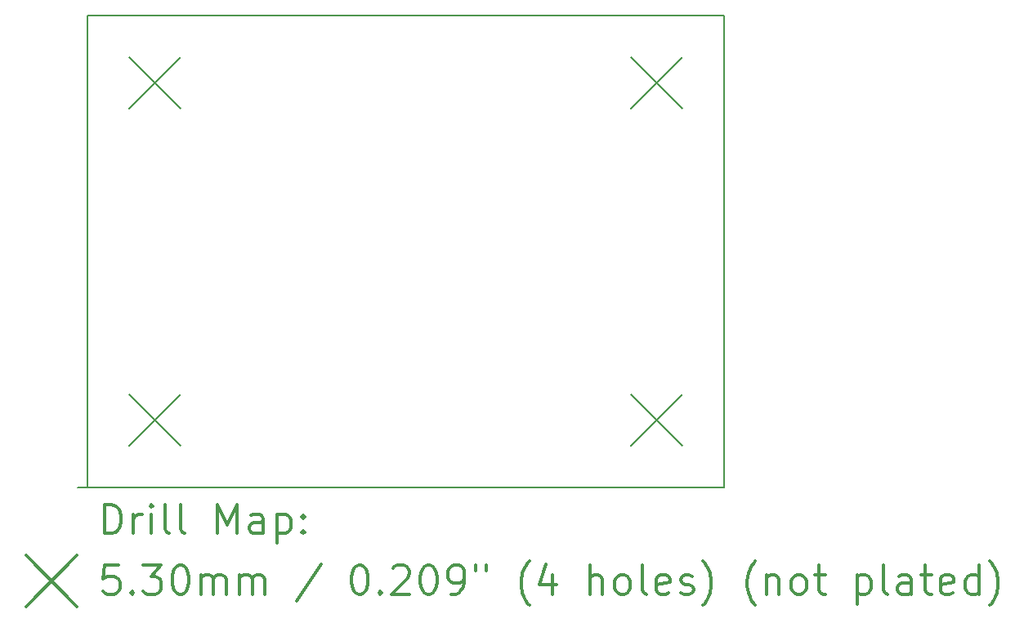
<source format=gbr>
%FSLAX45Y45*%
G04 Gerber Fmt 4.5, Leading zero omitted, Abs format (unit mm)*
G04 Created by KiCad (PCBNEW 5.0.0) date Wed Aug 15 09:13:29 2018*
%MOMM*%
%LPD*%
G01*
G04 APERTURE LIST*
%ADD10C,0.152400*%
%ADD11C,0.200000*%
%ADD12C,0.300000*%
G04 APERTURE END LIST*
D10*
X2900000Y-12000000D02*
X2900000Y-7100000D01*
X9500000Y-12000000D02*
X2800000Y-12000000D01*
X9500000Y-7100000D02*
X9500000Y-12000000D01*
X2900000Y-7100000D02*
X9500000Y-7100000D01*
D11*
X8535000Y-7535000D02*
X9065000Y-8065000D01*
X9065000Y-7535000D02*
X8535000Y-8065000D01*
X3335000Y-11035000D02*
X3865000Y-11565000D01*
X3865000Y-11035000D02*
X3335000Y-11565000D01*
X8535000Y-11035000D02*
X9065000Y-11565000D01*
X9065000Y-11035000D02*
X8535000Y-11565000D01*
X3335000Y-7535000D02*
X3865000Y-8065000D01*
X3865000Y-7535000D02*
X3335000Y-8065000D01*
D12*
X3078808Y-12473334D02*
X3078808Y-12173334D01*
X3150237Y-12173334D01*
X3193094Y-12187620D01*
X3221666Y-12216191D01*
X3235951Y-12244763D01*
X3250237Y-12301906D01*
X3250237Y-12344763D01*
X3235951Y-12401906D01*
X3221666Y-12430477D01*
X3193094Y-12459049D01*
X3150237Y-12473334D01*
X3078808Y-12473334D01*
X3378808Y-12473334D02*
X3378808Y-12273334D01*
X3378808Y-12330477D02*
X3393094Y-12301906D01*
X3407380Y-12287620D01*
X3435951Y-12273334D01*
X3464523Y-12273334D01*
X3564523Y-12473334D02*
X3564523Y-12273334D01*
X3564523Y-12173334D02*
X3550237Y-12187620D01*
X3564523Y-12201906D01*
X3578808Y-12187620D01*
X3564523Y-12173334D01*
X3564523Y-12201906D01*
X3750237Y-12473334D02*
X3721666Y-12459049D01*
X3707380Y-12430477D01*
X3707380Y-12173334D01*
X3907380Y-12473334D02*
X3878808Y-12459049D01*
X3864523Y-12430477D01*
X3864523Y-12173334D01*
X4250237Y-12473334D02*
X4250237Y-12173334D01*
X4350237Y-12387620D01*
X4450237Y-12173334D01*
X4450237Y-12473334D01*
X4721666Y-12473334D02*
X4721666Y-12316191D01*
X4707380Y-12287620D01*
X4678808Y-12273334D01*
X4621666Y-12273334D01*
X4593094Y-12287620D01*
X4721666Y-12459049D02*
X4693094Y-12473334D01*
X4621666Y-12473334D01*
X4593094Y-12459049D01*
X4578808Y-12430477D01*
X4578808Y-12401906D01*
X4593094Y-12373334D01*
X4621666Y-12359049D01*
X4693094Y-12359049D01*
X4721666Y-12344763D01*
X4864523Y-12273334D02*
X4864523Y-12573334D01*
X4864523Y-12287620D02*
X4893094Y-12273334D01*
X4950237Y-12273334D01*
X4978808Y-12287620D01*
X4993094Y-12301906D01*
X5007380Y-12330477D01*
X5007380Y-12416191D01*
X4993094Y-12444763D01*
X4978808Y-12459049D01*
X4950237Y-12473334D01*
X4893094Y-12473334D01*
X4864523Y-12459049D01*
X5135951Y-12444763D02*
X5150237Y-12459049D01*
X5135951Y-12473334D01*
X5121666Y-12459049D01*
X5135951Y-12444763D01*
X5135951Y-12473334D01*
X5135951Y-12287620D02*
X5150237Y-12301906D01*
X5135951Y-12316191D01*
X5121666Y-12301906D01*
X5135951Y-12287620D01*
X5135951Y-12316191D01*
X2262380Y-12702620D02*
X2792380Y-13232620D01*
X2792380Y-12702620D02*
X2262380Y-13232620D01*
X3221666Y-12803334D02*
X3078808Y-12803334D01*
X3064523Y-12946191D01*
X3078808Y-12931906D01*
X3107380Y-12917620D01*
X3178808Y-12917620D01*
X3207380Y-12931906D01*
X3221666Y-12946191D01*
X3235951Y-12974763D01*
X3235951Y-13046191D01*
X3221666Y-13074763D01*
X3207380Y-13089049D01*
X3178808Y-13103334D01*
X3107380Y-13103334D01*
X3078808Y-13089049D01*
X3064523Y-13074763D01*
X3364523Y-13074763D02*
X3378808Y-13089049D01*
X3364523Y-13103334D01*
X3350237Y-13089049D01*
X3364523Y-13074763D01*
X3364523Y-13103334D01*
X3478808Y-12803334D02*
X3664523Y-12803334D01*
X3564523Y-12917620D01*
X3607380Y-12917620D01*
X3635951Y-12931906D01*
X3650237Y-12946191D01*
X3664523Y-12974763D01*
X3664523Y-13046191D01*
X3650237Y-13074763D01*
X3635951Y-13089049D01*
X3607380Y-13103334D01*
X3521666Y-13103334D01*
X3493094Y-13089049D01*
X3478808Y-13074763D01*
X3850237Y-12803334D02*
X3878808Y-12803334D01*
X3907380Y-12817620D01*
X3921666Y-12831906D01*
X3935951Y-12860477D01*
X3950237Y-12917620D01*
X3950237Y-12989049D01*
X3935951Y-13046191D01*
X3921666Y-13074763D01*
X3907380Y-13089049D01*
X3878808Y-13103334D01*
X3850237Y-13103334D01*
X3821666Y-13089049D01*
X3807380Y-13074763D01*
X3793094Y-13046191D01*
X3778808Y-12989049D01*
X3778808Y-12917620D01*
X3793094Y-12860477D01*
X3807380Y-12831906D01*
X3821666Y-12817620D01*
X3850237Y-12803334D01*
X4078808Y-13103334D02*
X4078808Y-12903334D01*
X4078808Y-12931906D02*
X4093094Y-12917620D01*
X4121666Y-12903334D01*
X4164523Y-12903334D01*
X4193094Y-12917620D01*
X4207380Y-12946191D01*
X4207380Y-13103334D01*
X4207380Y-12946191D02*
X4221666Y-12917620D01*
X4250237Y-12903334D01*
X4293094Y-12903334D01*
X4321666Y-12917620D01*
X4335951Y-12946191D01*
X4335951Y-13103334D01*
X4478808Y-13103334D02*
X4478808Y-12903334D01*
X4478808Y-12931906D02*
X4493094Y-12917620D01*
X4521666Y-12903334D01*
X4564523Y-12903334D01*
X4593094Y-12917620D01*
X4607380Y-12946191D01*
X4607380Y-13103334D01*
X4607380Y-12946191D02*
X4621666Y-12917620D01*
X4650237Y-12903334D01*
X4693094Y-12903334D01*
X4721666Y-12917620D01*
X4735951Y-12946191D01*
X4735951Y-13103334D01*
X5321666Y-12789049D02*
X5064523Y-13174763D01*
X5707380Y-12803334D02*
X5735951Y-12803334D01*
X5764523Y-12817620D01*
X5778808Y-12831906D01*
X5793094Y-12860477D01*
X5807380Y-12917620D01*
X5807380Y-12989049D01*
X5793094Y-13046191D01*
X5778808Y-13074763D01*
X5764523Y-13089049D01*
X5735951Y-13103334D01*
X5707380Y-13103334D01*
X5678808Y-13089049D01*
X5664523Y-13074763D01*
X5650237Y-13046191D01*
X5635951Y-12989049D01*
X5635951Y-12917620D01*
X5650237Y-12860477D01*
X5664523Y-12831906D01*
X5678808Y-12817620D01*
X5707380Y-12803334D01*
X5935951Y-13074763D02*
X5950237Y-13089049D01*
X5935951Y-13103334D01*
X5921666Y-13089049D01*
X5935951Y-13074763D01*
X5935951Y-13103334D01*
X6064523Y-12831906D02*
X6078808Y-12817620D01*
X6107380Y-12803334D01*
X6178808Y-12803334D01*
X6207380Y-12817620D01*
X6221666Y-12831906D01*
X6235951Y-12860477D01*
X6235951Y-12889049D01*
X6221666Y-12931906D01*
X6050237Y-13103334D01*
X6235951Y-13103334D01*
X6421666Y-12803334D02*
X6450237Y-12803334D01*
X6478808Y-12817620D01*
X6493094Y-12831906D01*
X6507380Y-12860477D01*
X6521666Y-12917620D01*
X6521666Y-12989049D01*
X6507380Y-13046191D01*
X6493094Y-13074763D01*
X6478808Y-13089049D01*
X6450237Y-13103334D01*
X6421666Y-13103334D01*
X6393094Y-13089049D01*
X6378808Y-13074763D01*
X6364523Y-13046191D01*
X6350237Y-12989049D01*
X6350237Y-12917620D01*
X6364523Y-12860477D01*
X6378808Y-12831906D01*
X6393094Y-12817620D01*
X6421666Y-12803334D01*
X6664523Y-13103334D02*
X6721666Y-13103334D01*
X6750237Y-13089049D01*
X6764523Y-13074763D01*
X6793094Y-13031906D01*
X6807380Y-12974763D01*
X6807380Y-12860477D01*
X6793094Y-12831906D01*
X6778808Y-12817620D01*
X6750237Y-12803334D01*
X6693094Y-12803334D01*
X6664523Y-12817620D01*
X6650237Y-12831906D01*
X6635951Y-12860477D01*
X6635951Y-12931906D01*
X6650237Y-12960477D01*
X6664523Y-12974763D01*
X6693094Y-12989049D01*
X6750237Y-12989049D01*
X6778808Y-12974763D01*
X6793094Y-12960477D01*
X6807380Y-12931906D01*
X6921666Y-12803334D02*
X6921666Y-12860477D01*
X7035951Y-12803334D02*
X7035951Y-12860477D01*
X7478808Y-13217620D02*
X7464523Y-13203334D01*
X7435951Y-13160477D01*
X7421666Y-13131906D01*
X7407380Y-13089049D01*
X7393094Y-13017620D01*
X7393094Y-12960477D01*
X7407380Y-12889049D01*
X7421666Y-12846191D01*
X7435951Y-12817620D01*
X7464523Y-12774763D01*
X7478808Y-12760477D01*
X7721666Y-12903334D02*
X7721666Y-13103334D01*
X7650237Y-12789049D02*
X7578808Y-13003334D01*
X7764523Y-13003334D01*
X8107380Y-13103334D02*
X8107380Y-12803334D01*
X8235951Y-13103334D02*
X8235951Y-12946191D01*
X8221666Y-12917620D01*
X8193094Y-12903334D01*
X8150237Y-12903334D01*
X8121666Y-12917620D01*
X8107380Y-12931906D01*
X8421666Y-13103334D02*
X8393094Y-13089049D01*
X8378808Y-13074763D01*
X8364523Y-13046191D01*
X8364523Y-12960477D01*
X8378808Y-12931906D01*
X8393094Y-12917620D01*
X8421666Y-12903334D01*
X8464523Y-12903334D01*
X8493094Y-12917620D01*
X8507380Y-12931906D01*
X8521666Y-12960477D01*
X8521666Y-13046191D01*
X8507380Y-13074763D01*
X8493094Y-13089049D01*
X8464523Y-13103334D01*
X8421666Y-13103334D01*
X8693094Y-13103334D02*
X8664523Y-13089049D01*
X8650237Y-13060477D01*
X8650237Y-12803334D01*
X8921666Y-13089049D02*
X8893094Y-13103334D01*
X8835951Y-13103334D01*
X8807380Y-13089049D01*
X8793094Y-13060477D01*
X8793094Y-12946191D01*
X8807380Y-12917620D01*
X8835951Y-12903334D01*
X8893094Y-12903334D01*
X8921666Y-12917620D01*
X8935951Y-12946191D01*
X8935951Y-12974763D01*
X8793094Y-13003334D01*
X9050237Y-13089049D02*
X9078808Y-13103334D01*
X9135951Y-13103334D01*
X9164523Y-13089049D01*
X9178808Y-13060477D01*
X9178808Y-13046191D01*
X9164523Y-13017620D01*
X9135951Y-13003334D01*
X9093094Y-13003334D01*
X9064523Y-12989049D01*
X9050237Y-12960477D01*
X9050237Y-12946191D01*
X9064523Y-12917620D01*
X9093094Y-12903334D01*
X9135951Y-12903334D01*
X9164523Y-12917620D01*
X9278808Y-13217620D02*
X9293094Y-13203334D01*
X9321666Y-13160477D01*
X9335951Y-13131906D01*
X9350237Y-13089049D01*
X9364523Y-13017620D01*
X9364523Y-12960477D01*
X9350237Y-12889049D01*
X9335951Y-12846191D01*
X9321666Y-12817620D01*
X9293094Y-12774763D01*
X9278808Y-12760477D01*
X9821666Y-13217620D02*
X9807380Y-13203334D01*
X9778808Y-13160477D01*
X9764523Y-13131906D01*
X9750237Y-13089049D01*
X9735951Y-13017620D01*
X9735951Y-12960477D01*
X9750237Y-12889049D01*
X9764523Y-12846191D01*
X9778808Y-12817620D01*
X9807380Y-12774763D01*
X9821666Y-12760477D01*
X9935951Y-12903334D02*
X9935951Y-13103334D01*
X9935951Y-12931906D02*
X9950237Y-12917620D01*
X9978808Y-12903334D01*
X10021666Y-12903334D01*
X10050237Y-12917620D01*
X10064523Y-12946191D01*
X10064523Y-13103334D01*
X10250237Y-13103334D02*
X10221666Y-13089049D01*
X10207380Y-13074763D01*
X10193094Y-13046191D01*
X10193094Y-12960477D01*
X10207380Y-12931906D01*
X10221666Y-12917620D01*
X10250237Y-12903334D01*
X10293094Y-12903334D01*
X10321666Y-12917620D01*
X10335951Y-12931906D01*
X10350237Y-12960477D01*
X10350237Y-13046191D01*
X10335951Y-13074763D01*
X10321666Y-13089049D01*
X10293094Y-13103334D01*
X10250237Y-13103334D01*
X10435951Y-12903334D02*
X10550237Y-12903334D01*
X10478808Y-12803334D02*
X10478808Y-13060477D01*
X10493094Y-13089049D01*
X10521666Y-13103334D01*
X10550237Y-13103334D01*
X10878808Y-12903334D02*
X10878808Y-13203334D01*
X10878808Y-12917620D02*
X10907380Y-12903334D01*
X10964523Y-12903334D01*
X10993094Y-12917620D01*
X11007380Y-12931906D01*
X11021666Y-12960477D01*
X11021666Y-13046191D01*
X11007380Y-13074763D01*
X10993094Y-13089049D01*
X10964523Y-13103334D01*
X10907380Y-13103334D01*
X10878808Y-13089049D01*
X11193094Y-13103334D02*
X11164523Y-13089049D01*
X11150237Y-13060477D01*
X11150237Y-12803334D01*
X11435951Y-13103334D02*
X11435951Y-12946191D01*
X11421666Y-12917620D01*
X11393094Y-12903334D01*
X11335951Y-12903334D01*
X11307380Y-12917620D01*
X11435951Y-13089049D02*
X11407380Y-13103334D01*
X11335951Y-13103334D01*
X11307380Y-13089049D01*
X11293094Y-13060477D01*
X11293094Y-13031906D01*
X11307380Y-13003334D01*
X11335951Y-12989049D01*
X11407380Y-12989049D01*
X11435951Y-12974763D01*
X11535951Y-12903334D02*
X11650237Y-12903334D01*
X11578808Y-12803334D02*
X11578808Y-13060477D01*
X11593094Y-13089049D01*
X11621666Y-13103334D01*
X11650237Y-13103334D01*
X11864523Y-13089049D02*
X11835951Y-13103334D01*
X11778808Y-13103334D01*
X11750237Y-13089049D01*
X11735951Y-13060477D01*
X11735951Y-12946191D01*
X11750237Y-12917620D01*
X11778808Y-12903334D01*
X11835951Y-12903334D01*
X11864523Y-12917620D01*
X11878808Y-12946191D01*
X11878808Y-12974763D01*
X11735951Y-13003334D01*
X12135951Y-13103334D02*
X12135951Y-12803334D01*
X12135951Y-13089049D02*
X12107380Y-13103334D01*
X12050237Y-13103334D01*
X12021666Y-13089049D01*
X12007380Y-13074763D01*
X11993094Y-13046191D01*
X11993094Y-12960477D01*
X12007380Y-12931906D01*
X12021666Y-12917620D01*
X12050237Y-12903334D01*
X12107380Y-12903334D01*
X12135951Y-12917620D01*
X12250237Y-13217620D02*
X12264523Y-13203334D01*
X12293094Y-13160477D01*
X12307380Y-13131906D01*
X12321666Y-13089049D01*
X12335951Y-13017620D01*
X12335951Y-12960477D01*
X12321666Y-12889049D01*
X12307380Y-12846191D01*
X12293094Y-12817620D01*
X12264523Y-12774763D01*
X12250237Y-12760477D01*
M02*

</source>
